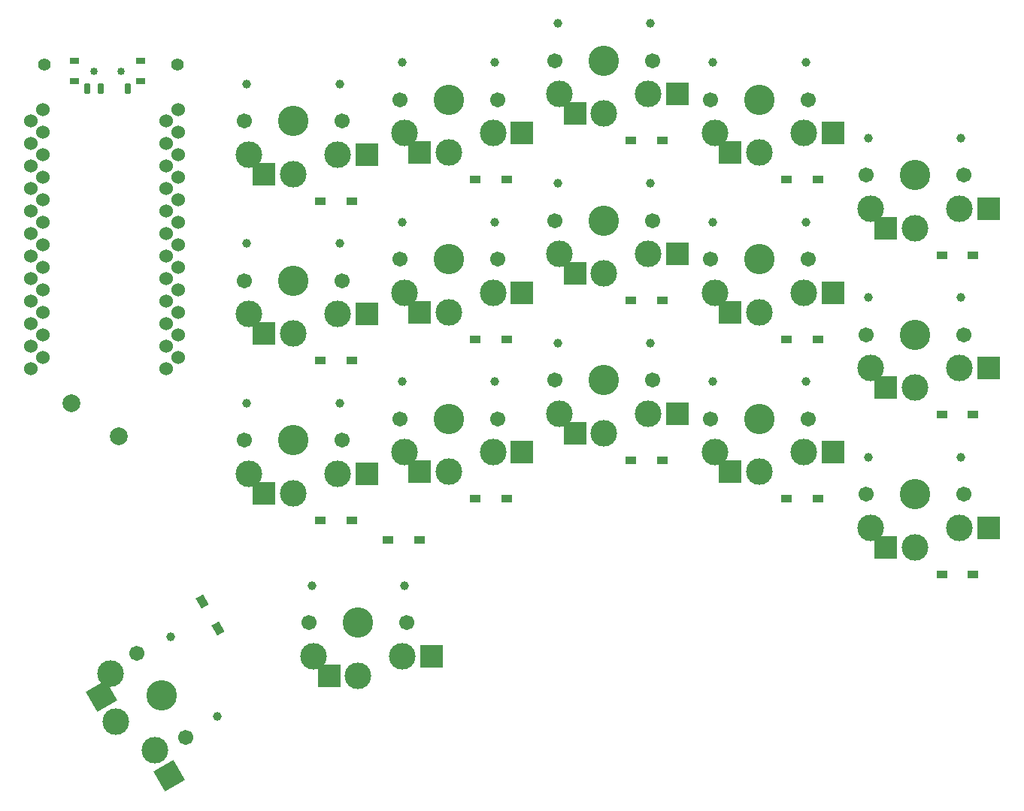
<source format=gts>
%TF.GenerationSoftware,KiCad,Pcbnew,7.0.5-0*%
%TF.CreationDate,2023-08-21T14:14:50+01:00*%
%TF.ProjectId,draenog-34,64726165-6e6f-4672-9d33-342e6b696361,rev?*%
%TF.SameCoordinates,Original*%
%TF.FileFunction,Soldermask,Top*%
%TF.FilePolarity,Negative*%
%FSLAX46Y46*%
G04 Gerber Fmt 4.6, Leading zero omitted, Abs format (unit mm)*
G04 Created by KiCad (PCBNEW 7.0.5-0) date 2023-08-21 14:14:50*
%MOMM*%
%LPD*%
G01*
G04 APERTURE LIST*
G04 Aperture macros list*
%AMRoundRect*
0 Rectangle with rounded corners*
0 $1 Rounding radius*
0 $2 $3 $4 $5 $6 $7 $8 $9 X,Y pos of 4 corners*
0 Add a 4 corners polygon primitive as box body*
4,1,4,$2,$3,$4,$5,$6,$7,$8,$9,$2,$3,0*
0 Add four circle primitives for the rounded corners*
1,1,$1+$1,$2,$3*
1,1,$1+$1,$4,$5*
1,1,$1+$1,$6,$7*
1,1,$1+$1,$8,$9*
0 Add four rect primitives between the rounded corners*
20,1,$1+$1,$2,$3,$4,$5,0*
20,1,$1+$1,$4,$5,$6,$7,0*
20,1,$1+$1,$6,$7,$8,$9,0*
20,1,$1+$1,$8,$9,$2,$3,0*%
%AMRotRect*
0 Rectangle, with rotation*
0 The origin of the aperture is its center*
0 $1 length*
0 $2 width*
0 $3 Rotation angle, in degrees counterclockwise*
0 Add horizontal line*
21,1,$1,$2,0,0,$3*%
G04 Aperture macros list end*
%ADD10C,1.701800*%
%ADD11C,0.990600*%
%ADD12C,3.000000*%
%ADD13C,3.429000*%
%ADD14RotRect,2.600000X2.600000X300.000000*%
%ADD15C,1.397000*%
%ADD16R,1.300000X0.950000*%
%ADD17R,2.600000X2.600000*%
%ADD18C,2.000000*%
%ADD19C,1.524000*%
%ADD20RotRect,1.300000X0.950000X300.000000*%
%ADD21C,0.850000*%
%ADD22RoundRect,0.090000X0.210000X0.535000X-0.210000X0.535000X-0.210000X-0.535000X0.210000X-0.535000X0*%
%ADD23RoundRect,0.105000X-0.445000X0.245000X-0.445000X-0.245000X0.445000X-0.245000X0.445000X0.245000X0*%
G04 APERTURE END LIST*
D10*
%TO.C,SW4*%
X102746249Y-93337806D03*
D11*
X106523556Y-91480293D03*
D12*
X99748654Y-95645819D03*
D13*
X105496249Y-98100946D03*
D12*
X100343398Y-101075946D03*
X104748654Y-104306073D03*
D11*
X111743556Y-100521599D03*
D10*
X108246249Y-102864086D03*
D14*
X98705898Y-98239713D03*
X106386154Y-107142306D03*
%TD*%
D15*
%TO.C,B+1*%
X92250000Y-27000000D03*
%TD*%
D16*
%TO.C,D9*%
X158342000Y-35580000D03*
X161892000Y-35580000D03*
%TD*%
D10*
%TO.C,SW_R2_C2*%
X149817000Y-62580000D03*
D11*
X150097000Y-58380000D03*
D12*
X150317000Y-66330000D03*
D13*
X155317000Y-62580000D03*
D12*
X155317000Y-68530000D03*
X160317000Y-66330000D03*
D11*
X160537000Y-58380000D03*
D10*
X160817000Y-62580000D03*
D17*
X152042000Y-68530000D03*
X163592000Y-66330000D03*
%TD*%
D10*
%TO.C,SW_R2_C0*%
X184817000Y-75470000D03*
D11*
X185097000Y-71270000D03*
D12*
X185317000Y-79220000D03*
D13*
X190317000Y-75470000D03*
D12*
X190317000Y-81420000D03*
X195317000Y-79220000D03*
D11*
X195537000Y-71270000D03*
D10*
X195817000Y-75470000D03*
D17*
X187042000Y-81420000D03*
X198592000Y-79220000D03*
%TD*%
D18*
%TO.C,SW_RST1*%
X95381756Y-65191877D03*
X100706244Y-68920123D03*
%TD*%
D10*
%TO.C,SW_R2_C3*%
X132317000Y-66970000D03*
D11*
X132597000Y-62770000D03*
D12*
X132817000Y-70720000D03*
D13*
X137817000Y-66970000D03*
D12*
X137817000Y-72920000D03*
X142817000Y-70720000D03*
D11*
X143037000Y-62770000D03*
D10*
X143317000Y-66970000D03*
D17*
X134542000Y-72920000D03*
X146092000Y-70720000D03*
%TD*%
D16*
%TO.C,D5*%
X140842000Y-39970000D03*
X144392000Y-39970000D03*
%TD*%
D15*
%TO.C,B-1*%
X107250000Y-27000000D03*
%TD*%
D10*
%TO.C,SW_R1_C1*%
X167317000Y-48970000D03*
D11*
X167597000Y-44770000D03*
D12*
X167817000Y-52720000D03*
D13*
X172817000Y-48970000D03*
D12*
X172817000Y-54920000D03*
X177817000Y-52720000D03*
D11*
X178037000Y-44770000D03*
D10*
X178317000Y-48970000D03*
D17*
X169542000Y-54920000D03*
X181092000Y-52720000D03*
%TD*%
D19*
%TO.C,U1*%
X90805000Y-33365000D03*
X107351400Y-32095000D03*
X90805000Y-35905000D03*
X107351400Y-34635000D03*
X90805000Y-38445000D03*
X107351400Y-37175000D03*
X90805000Y-40985000D03*
X107351400Y-39715000D03*
X90805000Y-43525000D03*
X107351400Y-42255000D03*
X90805000Y-46065000D03*
X107351400Y-44795000D03*
X90805000Y-48605000D03*
X107351400Y-47335000D03*
X90805000Y-51145000D03*
X107351400Y-49875000D03*
X90805000Y-53685000D03*
X107351400Y-52415000D03*
X90805000Y-56225000D03*
X107351400Y-54955000D03*
X90805000Y-58765000D03*
X107351400Y-57495000D03*
X90805000Y-61305000D03*
X107351400Y-60035000D03*
X92131400Y-60035000D03*
X106045000Y-61305000D03*
X92131400Y-57495000D03*
X106045000Y-58765000D03*
X92131400Y-54955000D03*
X106045000Y-56225000D03*
X92131400Y-52415000D03*
X106045000Y-53685000D03*
X92131400Y-49875000D03*
X106045000Y-51145000D03*
X92131400Y-47335000D03*
X106045000Y-48605000D03*
X92131400Y-44795000D03*
X106045000Y-46065000D03*
X92131400Y-42255000D03*
X106045000Y-43525000D03*
X92131400Y-39715000D03*
X106045000Y-40985000D03*
X92131400Y-37175000D03*
X106045000Y-38445000D03*
X92131400Y-34635000D03*
X106045000Y-35905000D03*
X92131400Y-32095000D03*
X106045000Y-33365000D03*
%TD*%
D16*
%TO.C,D8*%
X131025000Y-80600000D03*
X134575000Y-80600000D03*
%TD*%
D10*
%TO.C,SW_R0_C4*%
X114817000Y-33370000D03*
D11*
X115097000Y-29170000D03*
D12*
X115317000Y-37120000D03*
D13*
X120317000Y-33370000D03*
D12*
X120317000Y-39320000D03*
X125317000Y-37120000D03*
D11*
X125537000Y-29170000D03*
D10*
X125817000Y-33370000D03*
D17*
X117042000Y-39320000D03*
X128592000Y-37120000D03*
%TD*%
D10*
%TO.C,SW_R0_C0*%
X184817000Y-39470000D03*
D11*
X185097000Y-35270000D03*
D12*
X185317000Y-43220000D03*
D13*
X190317000Y-39470000D03*
D12*
X190317000Y-45420000D03*
X195317000Y-43220000D03*
D11*
X195537000Y-35270000D03*
D10*
X195817000Y-39470000D03*
D17*
X187042000Y-45420000D03*
X198592000Y-43220000D03*
%TD*%
D10*
%TO.C,SW_R1_C2*%
X149817000Y-44580000D03*
D11*
X150097000Y-40380000D03*
D12*
X150317000Y-48330000D03*
D13*
X155317000Y-44580000D03*
D12*
X155317000Y-50530000D03*
X160317000Y-48330000D03*
D11*
X160537000Y-40380000D03*
D10*
X160817000Y-44580000D03*
D17*
X152042000Y-50530000D03*
X163592000Y-48330000D03*
%TD*%
D10*
%TO.C,SW_R0_C1*%
X167317000Y-30970000D03*
D11*
X167597000Y-26770000D03*
D12*
X167817000Y-34720000D03*
D13*
X172817000Y-30970000D03*
D12*
X172817000Y-36920000D03*
X177817000Y-34720000D03*
D11*
X178037000Y-26770000D03*
D10*
X178317000Y-30970000D03*
D17*
X169542000Y-36920000D03*
X181092000Y-34720000D03*
%TD*%
D10*
%TO.C,SW_R1_C0*%
X184817000Y-57470000D03*
D11*
X185097000Y-53270000D03*
D12*
X185317000Y-61220000D03*
D13*
X190317000Y-57470000D03*
D12*
X190317000Y-63420000D03*
X195317000Y-61220000D03*
D11*
X195537000Y-53270000D03*
D10*
X195817000Y-57470000D03*
D17*
X187042000Y-63420000D03*
X198592000Y-61220000D03*
%TD*%
D10*
%TO.C,SW_R2_C4*%
X114817000Y-69370000D03*
D11*
X115097000Y-65170000D03*
D12*
X115317000Y-73120000D03*
D13*
X120317000Y-69370000D03*
D12*
X120317000Y-75320000D03*
X125317000Y-73120000D03*
D11*
X125537000Y-65170000D03*
D10*
X125817000Y-69370000D03*
D17*
X117042000Y-75320000D03*
X128592000Y-73120000D03*
%TD*%
D10*
%TO.C,SW_R1_C4*%
X114817000Y-51370000D03*
D11*
X115097000Y-47170000D03*
D12*
X115317000Y-55120000D03*
D13*
X120317000Y-51370000D03*
D12*
X120317000Y-57320000D03*
X125317000Y-55120000D03*
D11*
X125537000Y-47170000D03*
D10*
X125817000Y-51370000D03*
D17*
X117042000Y-57320000D03*
X128592000Y-55120000D03*
%TD*%
D20*
%TO.C,D4*%
X110087500Y-87533863D03*
X111862500Y-90608253D03*
%TD*%
D16*
%TO.C,D16*%
X193342000Y-66470000D03*
X196892000Y-66470000D03*
%TD*%
%TO.C,D6*%
X140842000Y-57970000D03*
X144392000Y-57970000D03*
%TD*%
D10*
%TO.C,SW_R0_C3*%
X132317000Y-30970000D03*
D11*
X132597000Y-26770000D03*
D12*
X132817000Y-34720000D03*
D13*
X137817000Y-30970000D03*
D12*
X137817000Y-36920000D03*
X142817000Y-34720000D03*
D11*
X143037000Y-26770000D03*
D10*
X143317000Y-30970000D03*
D17*
X134542000Y-36920000D03*
X146092000Y-34720000D03*
%TD*%
D16*
%TO.C,D1*%
X123342000Y-42370000D03*
X126892000Y-42370000D03*
%TD*%
%TO.C,D13*%
X175842000Y-57970000D03*
X179392000Y-57970000D03*
%TD*%
D10*
%TO.C,SW_R0_C2*%
X149817000Y-26580000D03*
D11*
X150097000Y-22380000D03*
D12*
X150317000Y-30330000D03*
D13*
X155317000Y-26580000D03*
D12*
X155317000Y-32530000D03*
X160317000Y-30330000D03*
D11*
X160537000Y-22380000D03*
D10*
X160817000Y-26580000D03*
D17*
X152042000Y-32530000D03*
X163592000Y-30330000D03*
%TD*%
D10*
%TO.C,SW_R2_C1*%
X167317000Y-66970000D03*
D11*
X167597000Y-62770000D03*
D12*
X167817000Y-70720000D03*
D13*
X172817000Y-66970000D03*
D12*
X172817000Y-72920000D03*
X177817000Y-70720000D03*
D11*
X178037000Y-62770000D03*
D10*
X178317000Y-66970000D03*
D17*
X169542000Y-72920000D03*
X181092000Y-70720000D03*
%TD*%
D16*
%TO.C,D17*%
X193342000Y-84470000D03*
X196892000Y-84470000D03*
%TD*%
%TO.C,D14*%
X175842000Y-75970000D03*
X179392000Y-75970000D03*
%TD*%
%TO.C,D15*%
X193342000Y-48470000D03*
X196892000Y-48470000D03*
%TD*%
%TO.C,D10*%
X158342000Y-53580000D03*
X161892000Y-53580000D03*
%TD*%
D21*
%TO.C,SW_PWR1*%
X97900000Y-27750000D03*
X100900000Y-27750000D03*
D22*
X101650000Y-29750000D03*
X98650000Y-29750000D03*
X97150000Y-29750000D03*
D23*
X95700000Y-26600000D03*
X95700000Y-28900000D03*
X103100000Y-26600000D03*
X103100000Y-28900000D03*
%TD*%
D16*
%TO.C,D12*%
X175842000Y-39970000D03*
X179392000Y-39970000D03*
%TD*%
%TO.C,D2*%
X123342000Y-60370000D03*
X126892000Y-60370000D03*
%TD*%
D17*
%TO.C,SW8*%
X135910000Y-93685000D03*
X124360000Y-95885000D03*
D10*
X133135000Y-89935000D03*
D11*
X132855000Y-85735000D03*
D12*
X132635000Y-93685000D03*
X127635000Y-95885000D03*
D13*
X127635000Y-89935000D03*
D12*
X122635000Y-93685000D03*
D11*
X122415000Y-85735000D03*
D10*
X122135000Y-89935000D03*
%TD*%
%TO.C,SW_R1_C3*%
X132317000Y-48970000D03*
D11*
X132597000Y-44770000D03*
D12*
X132817000Y-52720000D03*
D13*
X137817000Y-48970000D03*
D12*
X137817000Y-54920000D03*
X142817000Y-52720000D03*
D11*
X143037000Y-44770000D03*
D10*
X143317000Y-48970000D03*
D17*
X134542000Y-54920000D03*
X146092000Y-52720000D03*
%TD*%
D16*
%TO.C,D3*%
X123342000Y-78370000D03*
X126892000Y-78370000D03*
%TD*%
%TO.C,D11*%
X158342000Y-71580000D03*
X161892000Y-71580000D03*
%TD*%
%TO.C,D7*%
X140842000Y-75970000D03*
X144392000Y-75970000D03*
%TD*%
M02*

</source>
